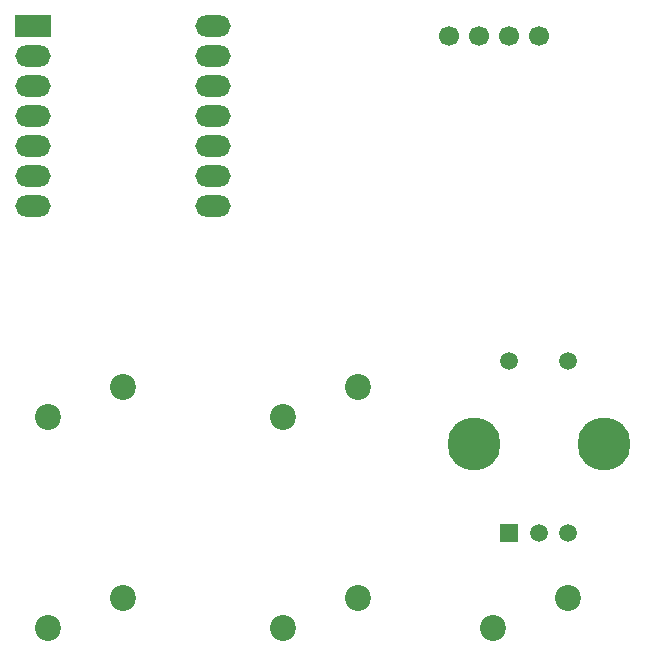
<source format=gbr>
%TF.GenerationSoftware,Flux,Pcbnew,7.0.11-7.0.11~ubuntu20.04.1*%
%TF.CreationDate,2024-10-19T07:10:41+00:00*%
%TF.ProjectId,input,696e7075-742e-46b6-9963-61645f706362,rev?*%
%TF.SameCoordinates,Original*%
%TF.FileFunction,Copper,L3,Inr*%
%TF.FilePolarity,Positive*%
%FSLAX46Y46*%
G04 Gerber Fmt 4.6, Leading zero omitted, Abs format (unit mm)*
G04 Filename: hackpad*
G04 Build it with Flux! Visit our site at: https://www.flux.ai (PCBNEW 7.0.11-7.0.11~ubuntu20.04.1) date 2024-10-19 07:10:41*
%MOMM*%
%LPD*%
G01*
G04 APERTURE LIST*
G04 Aperture macros list*
%AMFreePoly0*
4,1,5,1.500000,-0.900000,-1.500000,-0.900000,-1.500000,0.900000,1.500000,0.900000,1.500000,-0.900000,1.500000,-0.900000,$1*%
%AMFreePoly1*
4,1,5,0.750000,-0.750000,-0.750000,-0.750000,-0.750000,0.750000,0.750000,0.750000,0.750000,-0.750000,0.750000,-0.750000,$1*%
G04 Aperture macros list end*
%TA.AperFunction,ComponentPad*%
%ADD10C,2.200000*%
%TD*%
%TA.AperFunction,ComponentPad*%
%ADD11O,3.000000X1.800000*%
%TD*%
%TA.AperFunction,ComponentPad*%
%ADD12FreePoly0,0.000000*%
%TD*%
%TA.AperFunction,ComponentPad*%
%ADD13C,1.700000*%
%TD*%
%TA.AperFunction,ComponentPad*%
%ADD14C,4.500000*%
%TD*%
%TA.AperFunction,ComponentPad*%
%ADD15C,1.500000*%
%TD*%
%TA.AperFunction,ComponentPad*%
%ADD16FreePoly1,0.000000*%
%TD*%
G04 APERTURE END LIST*
D10*
%TO.N,N/C*%
%TO.C,*%
X2540000Y-17886200D03*
X-3810000Y-20426200D03*
X-17363600Y0D03*
X-23713600Y-2540000D03*
X20319800Y-17886200D03*
X13969800Y-20426200D03*
D11*
X-24983600Y22921500D03*
X-9743600Y30541500D03*
X-24983600Y20381500D03*
X-9743600Y15301500D03*
X-9743600Y20381500D03*
X-24983600Y25461500D03*
X-9743600Y25461500D03*
X-9743600Y17841500D03*
X-9743600Y22921500D03*
X-24983600Y28001500D03*
D12*
X-24983600Y30541500D03*
D11*
X-24983600Y15301500D03*
X-24983600Y17841500D03*
X-9743600Y28001500D03*
D10*
X-17363600Y-17886200D03*
X-23713600Y-20426200D03*
D13*
X12780000Y29741600D03*
X10240000Y29741600D03*
X15320000Y29741600D03*
X17860000Y29741600D03*
D14*
X23320000Y-4830000D03*
D15*
X20320000Y2170000D03*
D16*
X15320000Y-12330000D03*
D14*
X12320000Y-4830000D03*
D15*
X20320000Y-12330000D03*
X17820000Y-12330000D03*
X15320000Y2170000D03*
D10*
X2540000Y0D03*
X-3810000Y-2540000D03*
%TD*%
M02*

</source>
